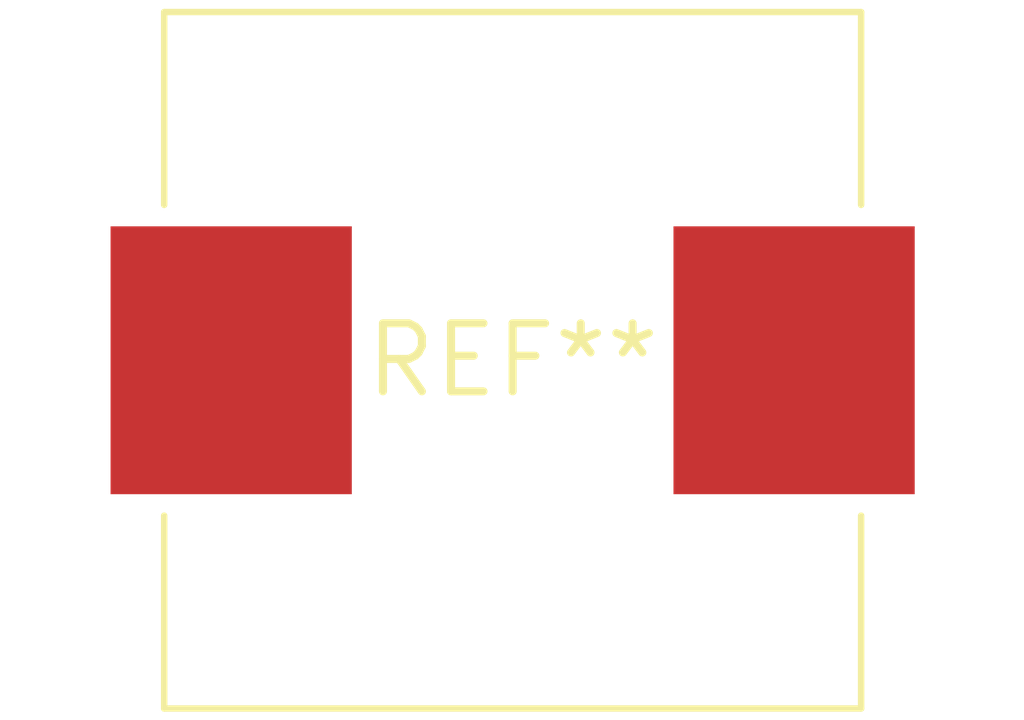
<source format=kicad_pcb>
(kicad_pcb (version 20240108) (generator pcbnew)
  (layers (0 "F.Cu" signal) (31 "B.Cu" signal) (34 "B.Paste" user) (35 "F.Paste" user) (36 "B.SilkS" user "B.Silkscreen") (37 "F.SilkS" user "F.Silkscreen") (38 "B.Mask" user) (39 "F.Mask" user) (44 "Edge.Cuts" user))
  (net 0 "")
  (footprint "L_Wuerth_HCI-1365" (layer "F.Cu") (at 0 0)
    (property "Reference" "REF**")
    (property "Value" "L_Wuerth_HCI-1365")
    (fp_line (start -6.5 -6.5) (end 6.5 -6.5) (layer "F.SilkS") (stroke (width 0.12)))
    (fp_line (start -6.5 -2.9) (end -6.5 -6.5) (layer "F.SilkS") (stroke (width 0.12)))
    (fp_line (start -6.5 2.9) (end -6.5 6.5) (layer "F.SilkS") (stroke (width 0.12)))
    (fp_line (start -6.5 6.5) (end 6.5 6.5) (layer "F.SilkS") (stroke (width 0.12)))
    (fp_line (start 6.5 -6.5) (end 6.5 -2.9) (layer "F.SilkS") (stroke (width 0.12)))
    (fp_line (start 6.5 6.5) (end 6.5 2.9) (layer "F.SilkS") (stroke (width 0.12)))
    (pad "1" smd rect (at -5.25 0) (size 4.5 5) (layers "F.Cu" "F.Paste" "F.Mask"))
    (pad "2" smd rect (at 5.25 0) (size 4.5 5) (layers "F.Cu" "F.Paste" "F.Mask"))
  )
)
</source>
